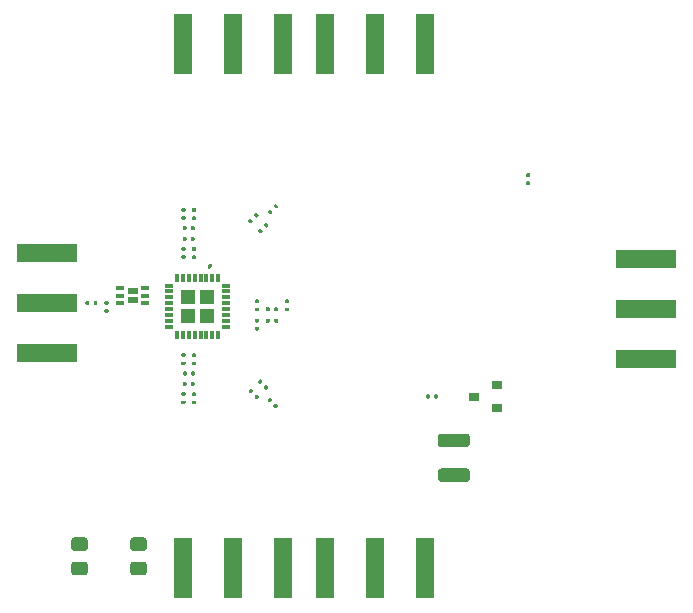
<source format=gbr>
G04 #@! TF.GenerationSoftware,KiCad,Pcbnew,(5.1.8)-1*
G04 #@! TF.CreationDate,2020-12-15T23:42:14+02:00*
G04 #@! TF.ProjectId,qam - demodulator,71616d20-2d20-4646-956d-6f64756c6174,rev?*
G04 #@! TF.SameCoordinates,Original*
G04 #@! TF.FileFunction,Paste,Top*
G04 #@! TF.FilePolarity,Positive*
%FSLAX46Y46*%
G04 Gerber Fmt 4.6, Leading zero omitted, Abs format (unit mm)*
G04 Created by KiCad (PCBNEW (5.1.8)-1) date 2020-12-15 23:42:14*
%MOMM*%
%LPD*%
G01*
G04 APERTURE LIST*
%ADD10R,5.080000X1.500000*%
%ADD11R,0.650000X0.350000*%
%ADD12R,0.820000X0.630000*%
%ADD13R,0.800000X0.300000*%
%ADD14R,0.300000X0.800000*%
%ADD15R,1.300000X1.300000*%
%ADD16R,1.500000X5.080000*%
%ADD17R,0.900000X0.800000*%
G04 APERTURE END LIST*
G36*
G01*
X212889500Y-93746000D02*
X213090500Y-93746000D01*
G75*
G02*
X213170000Y-93825500I0J-79500D01*
G01*
X213170000Y-93984500D01*
G75*
G02*
X213090500Y-94064000I-79500J0D01*
G01*
X212889500Y-94064000D01*
G75*
G02*
X212810000Y-93984500I0J79500D01*
G01*
X212810000Y-93825500D01*
G75*
G02*
X212889500Y-93746000I79500J0D01*
G01*
G37*
G36*
G01*
X212889500Y-94436000D02*
X213090500Y-94436000D01*
G75*
G02*
X213170000Y-94515500I0J-79500D01*
G01*
X213170000Y-94674500D01*
G75*
G02*
X213090500Y-94754000I-79500J0D01*
G01*
X212889500Y-94754000D01*
G75*
G02*
X212810000Y-94674500I0J79500D01*
G01*
X212810000Y-94515500D01*
G75*
G02*
X212889500Y-94436000I79500J0D01*
G01*
G37*
D10*
X223000000Y-109500000D03*
X223000000Y-101000000D03*
X223000000Y-105250000D03*
G36*
G01*
X175450001Y-125730000D02*
X174549999Y-125730000D01*
G75*
G02*
X174300000Y-125480001I0J249999D01*
G01*
X174300000Y-124829999D01*
G75*
G02*
X174549999Y-124580000I249999J0D01*
G01*
X175450001Y-124580000D01*
G75*
G02*
X175700000Y-124829999I0J-249999D01*
G01*
X175700000Y-125480001D01*
G75*
G02*
X175450001Y-125730000I-249999J0D01*
G01*
G37*
G36*
G01*
X175450001Y-127780000D02*
X174549999Y-127780000D01*
G75*
G02*
X174300000Y-127530001I0J249999D01*
G01*
X174300000Y-126879999D01*
G75*
G02*
X174549999Y-126630000I249999J0D01*
G01*
X175450001Y-126630000D01*
G75*
G02*
X175700000Y-126879999I0J-249999D01*
G01*
X175700000Y-127530001D01*
G75*
G02*
X175450001Y-127780000I-249999J0D01*
G01*
G37*
G36*
G01*
X179549999Y-126630000D02*
X180450001Y-126630000D01*
G75*
G02*
X180700000Y-126879999I0J-249999D01*
G01*
X180700000Y-127530001D01*
G75*
G02*
X180450001Y-127780000I-249999J0D01*
G01*
X179549999Y-127780000D01*
G75*
G02*
X179300000Y-127530001I0J249999D01*
G01*
X179300000Y-126879999D01*
G75*
G02*
X179549999Y-126630000I249999J0D01*
G01*
G37*
G36*
G01*
X179549999Y-124580000D02*
X180450001Y-124580000D01*
G75*
G02*
X180700000Y-124829999I0J-249999D01*
G01*
X180700000Y-125480001D01*
G75*
G02*
X180450001Y-125730000I-249999J0D01*
G01*
X179549999Y-125730000D01*
G75*
G02*
X179300000Y-125480001I0J249999D01*
G01*
X179300000Y-124829999D01*
G75*
G02*
X179549999Y-124580000I249999J0D01*
G01*
G37*
D11*
X178450000Y-103450000D03*
X178450000Y-104100000D03*
X178450000Y-104750000D03*
X180550000Y-104750000D03*
X180550000Y-104100000D03*
X180550000Y-103450000D03*
D12*
X179500000Y-103700000D03*
X179500000Y-104500000D03*
D13*
X182600000Y-103250000D03*
X182600000Y-103750000D03*
X182600000Y-104250000D03*
X182600000Y-104750000D03*
X182600000Y-105250000D03*
X182600000Y-105750000D03*
X182600000Y-106250000D03*
X182600000Y-106750000D03*
D14*
X183250000Y-107400000D03*
X183750000Y-107400000D03*
X184250000Y-107400000D03*
X184750000Y-107400000D03*
X185250000Y-107400000D03*
X185750000Y-107400000D03*
X186250000Y-107400000D03*
X186750000Y-107400000D03*
D13*
X187400000Y-106750000D03*
X187400000Y-106250000D03*
X187400000Y-105750000D03*
X187400000Y-105250000D03*
X187400000Y-104750000D03*
X187400000Y-104250000D03*
X187400000Y-103750000D03*
X187400000Y-103250000D03*
D14*
X186750000Y-102600000D03*
X186250000Y-102600000D03*
X185750000Y-102600000D03*
X185250000Y-102600000D03*
X184750000Y-102600000D03*
X184250000Y-102600000D03*
X183750000Y-102600000D03*
X183250000Y-102600000D03*
D15*
X185800000Y-105800000D03*
X184200000Y-104200000D03*
X185800000Y-104200000D03*
X184200000Y-105800000D03*
D16*
X192250000Y-82800000D03*
X183750000Y-82800000D03*
X188000000Y-82800000D03*
X188000000Y-127200000D03*
X192250000Y-127200000D03*
X183750000Y-127200000D03*
X204250000Y-82800000D03*
X195750000Y-82800000D03*
X200000000Y-82800000D03*
X200000000Y-127200000D03*
X204250000Y-127200000D03*
X195750000Y-127200000D03*
G36*
G01*
X184800500Y-97014000D02*
X184599500Y-97014000D01*
G75*
G02*
X184520000Y-96934500I0J79500D01*
G01*
X184520000Y-96775500D01*
G75*
G02*
X184599500Y-96696000I79500J0D01*
G01*
X184800500Y-96696000D01*
G75*
G02*
X184880000Y-96775500I0J-79500D01*
G01*
X184880000Y-96934500D01*
G75*
G02*
X184800500Y-97014000I-79500J0D01*
G01*
G37*
G36*
G01*
X184800500Y-97704000D02*
X184599500Y-97704000D01*
G75*
G02*
X184520000Y-97624500I0J79500D01*
G01*
X184520000Y-97465500D01*
G75*
G02*
X184599500Y-97386000I79500J0D01*
G01*
X184800500Y-97386000D01*
G75*
G02*
X184880000Y-97465500I0J-79500D01*
G01*
X184880000Y-97624500D01*
G75*
G02*
X184800500Y-97704000I-79500J0D01*
G01*
G37*
G36*
G01*
X183900500Y-97704000D02*
X183699500Y-97704000D01*
G75*
G02*
X183620000Y-97624500I0J79500D01*
G01*
X183620000Y-97465500D01*
G75*
G02*
X183699500Y-97386000I79500J0D01*
G01*
X183900500Y-97386000D01*
G75*
G02*
X183980000Y-97465500I0J-79500D01*
G01*
X183980000Y-97624500D01*
G75*
G02*
X183900500Y-97704000I-79500J0D01*
G01*
G37*
G36*
G01*
X183900500Y-97014000D02*
X183699500Y-97014000D01*
G75*
G02*
X183620000Y-96934500I0J79500D01*
G01*
X183620000Y-96775500D01*
G75*
G02*
X183699500Y-96696000I79500J0D01*
G01*
X183900500Y-96696000D01*
G75*
G02*
X183980000Y-96775500I0J-79500D01*
G01*
X183980000Y-96934500D01*
G75*
G02*
X183900500Y-97014000I-79500J0D01*
G01*
G37*
G36*
G01*
X183699500Y-112986000D02*
X183900500Y-112986000D01*
G75*
G02*
X183980000Y-113065500I0J-79500D01*
G01*
X183980000Y-113224500D01*
G75*
G02*
X183900500Y-113304000I-79500J0D01*
G01*
X183699500Y-113304000D01*
G75*
G02*
X183620000Y-113224500I0J79500D01*
G01*
X183620000Y-113065500D01*
G75*
G02*
X183699500Y-112986000I79500J0D01*
G01*
G37*
G36*
G01*
X183699500Y-112296000D02*
X183900500Y-112296000D01*
G75*
G02*
X183980000Y-112375500I0J-79500D01*
G01*
X183980000Y-112534500D01*
G75*
G02*
X183900500Y-112614000I-79500J0D01*
G01*
X183699500Y-112614000D01*
G75*
G02*
X183620000Y-112534500I0J79500D01*
G01*
X183620000Y-112375500D01*
G75*
G02*
X183699500Y-112296000I79500J0D01*
G01*
G37*
G36*
G01*
X184599500Y-112296000D02*
X184800500Y-112296000D01*
G75*
G02*
X184880000Y-112375500I0J-79500D01*
G01*
X184880000Y-112534500D01*
G75*
G02*
X184800500Y-112614000I-79500J0D01*
G01*
X184599500Y-112614000D01*
G75*
G02*
X184520000Y-112534500I0J79500D01*
G01*
X184520000Y-112375500D01*
G75*
G02*
X184599500Y-112296000I79500J0D01*
G01*
G37*
G36*
G01*
X184599500Y-112986000D02*
X184800500Y-112986000D01*
G75*
G02*
X184880000Y-113065500I0J-79500D01*
G01*
X184880000Y-113224500D01*
G75*
G02*
X184800500Y-113304000I-79500J0D01*
G01*
X184599500Y-113304000D01*
G75*
G02*
X184520000Y-113224500I0J79500D01*
G01*
X184520000Y-113065500D01*
G75*
G02*
X184599500Y-112986000I79500J0D01*
G01*
G37*
G36*
G01*
X184800500Y-100314000D02*
X184599500Y-100314000D01*
G75*
G02*
X184520000Y-100234500I0J79500D01*
G01*
X184520000Y-100075500D01*
G75*
G02*
X184599500Y-99996000I79500J0D01*
G01*
X184800500Y-99996000D01*
G75*
G02*
X184880000Y-100075500I0J-79500D01*
G01*
X184880000Y-100234500D01*
G75*
G02*
X184800500Y-100314000I-79500J0D01*
G01*
G37*
G36*
G01*
X184800500Y-101004000D02*
X184599500Y-101004000D01*
G75*
G02*
X184520000Y-100924500I0J79500D01*
G01*
X184520000Y-100765500D01*
G75*
G02*
X184599500Y-100686000I79500J0D01*
G01*
X184800500Y-100686000D01*
G75*
G02*
X184880000Y-100765500I0J-79500D01*
G01*
X184880000Y-100924500D01*
G75*
G02*
X184800500Y-101004000I-79500J0D01*
G01*
G37*
G36*
G01*
X183900500Y-101004000D02*
X183699500Y-101004000D01*
G75*
G02*
X183620000Y-100924500I0J79500D01*
G01*
X183620000Y-100765500D01*
G75*
G02*
X183699500Y-100686000I79500J0D01*
G01*
X183900500Y-100686000D01*
G75*
G02*
X183980000Y-100765500I0J-79500D01*
G01*
X183980000Y-100924500D01*
G75*
G02*
X183900500Y-101004000I-79500J0D01*
G01*
G37*
G36*
G01*
X183900500Y-100314000D02*
X183699500Y-100314000D01*
G75*
G02*
X183620000Y-100234500I0J79500D01*
G01*
X183620000Y-100075500D01*
G75*
G02*
X183699500Y-99996000I79500J0D01*
G01*
X183900500Y-99996000D01*
G75*
G02*
X183980000Y-100075500I0J-79500D01*
G01*
X183980000Y-100234500D01*
G75*
G02*
X183900500Y-100314000I-79500J0D01*
G01*
G37*
G36*
G01*
X183699500Y-109686000D02*
X183900500Y-109686000D01*
G75*
G02*
X183980000Y-109765500I0J-79500D01*
G01*
X183980000Y-109924500D01*
G75*
G02*
X183900500Y-110004000I-79500J0D01*
G01*
X183699500Y-110004000D01*
G75*
G02*
X183620000Y-109924500I0J79500D01*
G01*
X183620000Y-109765500D01*
G75*
G02*
X183699500Y-109686000I79500J0D01*
G01*
G37*
G36*
G01*
X183699500Y-108996000D02*
X183900500Y-108996000D01*
G75*
G02*
X183980000Y-109075500I0J-79500D01*
G01*
X183980000Y-109234500D01*
G75*
G02*
X183900500Y-109314000I-79500J0D01*
G01*
X183699500Y-109314000D01*
G75*
G02*
X183620000Y-109234500I0J79500D01*
G01*
X183620000Y-109075500D01*
G75*
G02*
X183699500Y-108996000I79500J0D01*
G01*
G37*
G36*
G01*
X184599500Y-108996000D02*
X184800500Y-108996000D01*
G75*
G02*
X184880000Y-109075500I0J-79500D01*
G01*
X184880000Y-109234500D01*
G75*
G02*
X184800500Y-109314000I-79500J0D01*
G01*
X184599500Y-109314000D01*
G75*
G02*
X184520000Y-109234500I0J79500D01*
G01*
X184520000Y-109075500D01*
G75*
G02*
X184599500Y-108996000I79500J0D01*
G01*
G37*
G36*
G01*
X184599500Y-109686000D02*
X184800500Y-109686000D01*
G75*
G02*
X184880000Y-109765500I0J-79500D01*
G01*
X184880000Y-109924500D01*
G75*
G02*
X184800500Y-110004000I-79500J0D01*
G01*
X184599500Y-110004000D01*
G75*
G02*
X184520000Y-109924500I0J79500D01*
G01*
X184520000Y-109765500D01*
G75*
G02*
X184599500Y-109686000I79500J0D01*
G01*
G37*
G36*
G01*
X190130500Y-105434000D02*
X189929500Y-105434000D01*
G75*
G02*
X189850000Y-105354500I0J79500D01*
G01*
X189850000Y-105195500D01*
G75*
G02*
X189929500Y-105116000I79500J0D01*
G01*
X190130500Y-105116000D01*
G75*
G02*
X190210000Y-105195500I0J-79500D01*
G01*
X190210000Y-105354500D01*
G75*
G02*
X190130500Y-105434000I-79500J0D01*
G01*
G37*
G36*
G01*
X190130500Y-104744000D02*
X189929500Y-104744000D01*
G75*
G02*
X189850000Y-104664500I0J79500D01*
G01*
X189850000Y-104505500D01*
G75*
G02*
X189929500Y-104426000I79500J0D01*
G01*
X190130500Y-104426000D01*
G75*
G02*
X190210000Y-104505500I0J-79500D01*
G01*
X190210000Y-104664500D01*
G75*
G02*
X190130500Y-104744000I-79500J0D01*
G01*
G37*
G36*
G01*
X189929500Y-106756000D02*
X190130500Y-106756000D01*
G75*
G02*
X190210000Y-106835500I0J-79500D01*
G01*
X190210000Y-106994500D01*
G75*
G02*
X190130500Y-107074000I-79500J0D01*
G01*
X189929500Y-107074000D01*
G75*
G02*
X189850000Y-106994500I0J79500D01*
G01*
X189850000Y-106835500D01*
G75*
G02*
X189929500Y-106756000I79500J0D01*
G01*
G37*
G36*
G01*
X189929500Y-106066000D02*
X190130500Y-106066000D01*
G75*
G02*
X190210000Y-106145500I0J-79500D01*
G01*
X190210000Y-106304500D01*
G75*
G02*
X190130500Y-106384000I-79500J0D01*
G01*
X189929500Y-106384000D01*
G75*
G02*
X189850000Y-106304500I0J79500D01*
G01*
X189850000Y-106145500D01*
G75*
G02*
X189929500Y-106066000I79500J0D01*
G01*
G37*
G36*
G01*
X191804000Y-106149500D02*
X191804000Y-106350500D01*
G75*
G02*
X191724500Y-106430000I-79500J0D01*
G01*
X191565500Y-106430000D01*
G75*
G02*
X191486000Y-106350500I0J79500D01*
G01*
X191486000Y-106149500D01*
G75*
G02*
X191565500Y-106070000I79500J0D01*
G01*
X191724500Y-106070000D01*
G75*
G02*
X191804000Y-106149500I0J-79500D01*
G01*
G37*
G36*
G01*
X191114000Y-106149500D02*
X191114000Y-106350500D01*
G75*
G02*
X191034500Y-106430000I-79500J0D01*
G01*
X190875500Y-106430000D01*
G75*
G02*
X190796000Y-106350500I0J79500D01*
G01*
X190796000Y-106149500D01*
G75*
G02*
X190875500Y-106070000I79500J0D01*
G01*
X191034500Y-106070000D01*
G75*
G02*
X191114000Y-106149500I0J-79500D01*
G01*
G37*
G36*
G01*
X192660500Y-105434000D02*
X192459500Y-105434000D01*
G75*
G02*
X192380000Y-105354500I0J79500D01*
G01*
X192380000Y-105195500D01*
G75*
G02*
X192459500Y-105116000I79500J0D01*
G01*
X192660500Y-105116000D01*
G75*
G02*
X192740000Y-105195500I0J-79500D01*
G01*
X192740000Y-105354500D01*
G75*
G02*
X192660500Y-105434000I-79500J0D01*
G01*
G37*
G36*
G01*
X192660500Y-104744000D02*
X192459500Y-104744000D01*
G75*
G02*
X192380000Y-104664500I0J79500D01*
G01*
X192380000Y-104505500D01*
G75*
G02*
X192459500Y-104426000I79500J0D01*
G01*
X192660500Y-104426000D01*
G75*
G02*
X192740000Y-104505500I0J-79500D01*
G01*
X192740000Y-104664500D01*
G75*
G02*
X192660500Y-104744000I-79500J0D01*
G01*
G37*
G36*
G01*
X184064000Y-98299500D02*
X184064000Y-98500500D01*
G75*
G02*
X183984500Y-98580000I-79500J0D01*
G01*
X183825500Y-98580000D01*
G75*
G02*
X183746000Y-98500500I0J79500D01*
G01*
X183746000Y-98299500D01*
G75*
G02*
X183825500Y-98220000I79500J0D01*
G01*
X183984500Y-98220000D01*
G75*
G02*
X184064000Y-98299500I0J-79500D01*
G01*
G37*
G36*
G01*
X184754000Y-98299500D02*
X184754000Y-98500500D01*
G75*
G02*
X184674500Y-98580000I-79500J0D01*
G01*
X184515500Y-98580000D01*
G75*
G02*
X184436000Y-98500500I0J79500D01*
G01*
X184436000Y-98299500D01*
G75*
G02*
X184515500Y-98220000I79500J0D01*
G01*
X184674500Y-98220000D01*
G75*
G02*
X184754000Y-98299500I0J-79500D01*
G01*
G37*
G36*
G01*
X184436000Y-111700500D02*
X184436000Y-111499500D01*
G75*
G02*
X184515500Y-111420000I79500J0D01*
G01*
X184674500Y-111420000D01*
G75*
G02*
X184754000Y-111499500I0J-79500D01*
G01*
X184754000Y-111700500D01*
G75*
G02*
X184674500Y-111780000I-79500J0D01*
G01*
X184515500Y-111780000D01*
G75*
G02*
X184436000Y-111700500I0J79500D01*
G01*
G37*
G36*
G01*
X183746000Y-111700500D02*
X183746000Y-111499500D01*
G75*
G02*
X183825500Y-111420000I79500J0D01*
G01*
X183984500Y-111420000D01*
G75*
G02*
X184064000Y-111499500I0J-79500D01*
G01*
X184064000Y-111700500D01*
G75*
G02*
X183984500Y-111780000I-79500J0D01*
G01*
X183825500Y-111780000D01*
G75*
G02*
X183746000Y-111700500I0J79500D01*
G01*
G37*
G36*
G01*
X184754000Y-99199500D02*
X184754000Y-99400500D01*
G75*
G02*
X184674500Y-99480000I-79500J0D01*
G01*
X184515500Y-99480000D01*
G75*
G02*
X184436000Y-99400500I0J79500D01*
G01*
X184436000Y-99199500D01*
G75*
G02*
X184515500Y-99120000I79500J0D01*
G01*
X184674500Y-99120000D01*
G75*
G02*
X184754000Y-99199500I0J-79500D01*
G01*
G37*
G36*
G01*
X184064000Y-99199500D02*
X184064000Y-99400500D01*
G75*
G02*
X183984500Y-99480000I-79500J0D01*
G01*
X183825500Y-99480000D01*
G75*
G02*
X183746000Y-99400500I0J79500D01*
G01*
X183746000Y-99199500D01*
G75*
G02*
X183825500Y-99120000I79500J0D01*
G01*
X183984500Y-99120000D01*
G75*
G02*
X184064000Y-99199500I0J-79500D01*
G01*
G37*
G36*
G01*
X183746000Y-110800500D02*
X183746000Y-110599500D01*
G75*
G02*
X183825500Y-110520000I79500J0D01*
G01*
X183984500Y-110520000D01*
G75*
G02*
X184064000Y-110599500I0J-79500D01*
G01*
X184064000Y-110800500D01*
G75*
G02*
X183984500Y-110880000I-79500J0D01*
G01*
X183825500Y-110880000D01*
G75*
G02*
X183746000Y-110800500I0J79500D01*
G01*
G37*
G36*
G01*
X184436000Y-110800500D02*
X184436000Y-110599500D01*
G75*
G02*
X184515500Y-110520000I79500J0D01*
G01*
X184674500Y-110520000D01*
G75*
G02*
X184754000Y-110599500I0J-79500D01*
G01*
X184754000Y-110800500D01*
G75*
G02*
X184674500Y-110880000I-79500J0D01*
G01*
X184515500Y-110880000D01*
G75*
G02*
X184436000Y-110800500I0J79500D01*
G01*
G37*
G36*
G01*
X189702942Y-112217814D02*
X189560814Y-112359942D01*
G75*
G02*
X189448384Y-112359942I-56215J56215D01*
G01*
X189335954Y-112247512D01*
G75*
G02*
X189335954Y-112135082I56215J56215D01*
G01*
X189478082Y-111992954D01*
G75*
G02*
X189590512Y-111992954I56215J-56215D01*
G01*
X189702942Y-112105384D01*
G75*
G02*
X189702942Y-112217814I-56215J-56215D01*
G01*
G37*
G36*
G01*
X190190846Y-112705718D02*
X190048718Y-112847846D01*
G75*
G02*
X189936288Y-112847846I-56215J56215D01*
G01*
X189823858Y-112735416D01*
G75*
G02*
X189823858Y-112622986I56215J56215D01*
G01*
X189965986Y-112480858D01*
G75*
G02*
X190078416Y-112480858I56215J-56215D01*
G01*
X190190846Y-112593288D01*
G75*
G02*
X190190846Y-112705718I-56215J-56215D01*
G01*
G37*
G36*
G01*
X191303142Y-113005214D02*
X191161014Y-113147342D01*
G75*
G02*
X191048584Y-113147342I-56215J56215D01*
G01*
X190936154Y-113034912D01*
G75*
G02*
X190936154Y-112922482I56215J56215D01*
G01*
X191078282Y-112780354D01*
G75*
G02*
X191190712Y-112780354I56215J-56215D01*
G01*
X191303142Y-112892784D01*
G75*
G02*
X191303142Y-113005214I-56215J-56215D01*
G01*
G37*
G36*
G01*
X191791046Y-113493118D02*
X191648918Y-113635246D01*
G75*
G02*
X191536488Y-113635246I-56215J56215D01*
G01*
X191424058Y-113522816D01*
G75*
G02*
X191424058Y-113410386I56215J56215D01*
G01*
X191566186Y-113268258D01*
G75*
G02*
X191678616Y-113268258I56215J-56215D01*
G01*
X191791046Y-113380688D01*
G75*
G02*
X191791046Y-113493118I-56215J-56215D01*
G01*
G37*
G36*
G01*
X190978246Y-111918318D02*
X190836118Y-112060446D01*
G75*
G02*
X190723688Y-112060446I-56215J56215D01*
G01*
X190611258Y-111948016D01*
G75*
G02*
X190611258Y-111835586I56215J56215D01*
G01*
X190753386Y-111693458D01*
G75*
G02*
X190865816Y-111693458I56215J-56215D01*
G01*
X190978246Y-111805888D01*
G75*
G02*
X190978246Y-111918318I-56215J-56215D01*
G01*
G37*
G36*
G01*
X190490342Y-111430414D02*
X190348214Y-111572542D01*
G75*
G02*
X190235784Y-111572542I-56215J56215D01*
G01*
X190123354Y-111460112D01*
G75*
G02*
X190123354Y-111347682I56215J56215D01*
G01*
X190265482Y-111205554D01*
G75*
G02*
X190377912Y-111205554I56215J-56215D01*
G01*
X190490342Y-111317984D01*
G75*
G02*
X190490342Y-111430414I-56215J-56215D01*
G01*
G37*
G36*
G01*
X191114000Y-105149500D02*
X191114000Y-105350500D01*
G75*
G02*
X191034500Y-105430000I-79500J0D01*
G01*
X190875500Y-105430000D01*
G75*
G02*
X190796000Y-105350500I0J79500D01*
G01*
X190796000Y-105149500D01*
G75*
G02*
X190875500Y-105070000I79500J0D01*
G01*
X191034500Y-105070000D01*
G75*
G02*
X191114000Y-105149500I0J-79500D01*
G01*
G37*
G36*
G01*
X191804000Y-105149500D02*
X191804000Y-105350500D01*
G75*
G02*
X191724500Y-105430000I-79500J0D01*
G01*
X191565500Y-105430000D01*
G75*
G02*
X191486000Y-105350500I0J79500D01*
G01*
X191486000Y-105149500D01*
G75*
G02*
X191565500Y-105070000I79500J0D01*
G01*
X191724500Y-105070000D01*
G75*
G02*
X191804000Y-105149500I0J-79500D01*
G01*
G37*
G36*
G01*
X189535414Y-97621858D02*
X189677542Y-97763986D01*
G75*
G02*
X189677542Y-97876416I-56215J-56215D01*
G01*
X189565112Y-97988846D01*
G75*
G02*
X189452682Y-97988846I-56215J56215D01*
G01*
X189310554Y-97846718D01*
G75*
G02*
X189310554Y-97734288I56215J56215D01*
G01*
X189422984Y-97621858D01*
G75*
G02*
X189535414Y-97621858I56215J-56215D01*
G01*
G37*
G36*
G01*
X190023318Y-97133954D02*
X190165446Y-97276082D01*
G75*
G02*
X190165446Y-97388512I-56215J-56215D01*
G01*
X190053016Y-97500942D01*
G75*
G02*
X189940586Y-97500942I-56215J56215D01*
G01*
X189798458Y-97358814D01*
G75*
G02*
X189798458Y-97246384I56215J56215D01*
G01*
X189910888Y-97133954D01*
G75*
G02*
X190023318Y-97133954I56215J-56215D01*
G01*
G37*
G36*
G01*
X191186414Y-96834458D02*
X191328542Y-96976586D01*
G75*
G02*
X191328542Y-97089016I-56215J-56215D01*
G01*
X191216112Y-97201446D01*
G75*
G02*
X191103682Y-97201446I-56215J56215D01*
G01*
X190961554Y-97059318D01*
G75*
G02*
X190961554Y-96946888I56215J56215D01*
G01*
X191073984Y-96834458D01*
G75*
G02*
X191186414Y-96834458I56215J-56215D01*
G01*
G37*
G36*
G01*
X191674318Y-96346554D02*
X191816446Y-96488682D01*
G75*
G02*
X191816446Y-96601112I-56215J-56215D01*
G01*
X191704016Y-96713542D01*
G75*
G02*
X191591586Y-96713542I-56215J56215D01*
G01*
X191449458Y-96571414D01*
G75*
G02*
X191449458Y-96458984I56215J56215D01*
G01*
X191561888Y-96346554D01*
G75*
G02*
X191674318Y-96346554I56215J-56215D01*
G01*
G37*
G36*
G01*
X190861518Y-97972154D02*
X191003646Y-98114282D01*
G75*
G02*
X191003646Y-98226712I-56215J-56215D01*
G01*
X190891216Y-98339142D01*
G75*
G02*
X190778786Y-98339142I-56215J56215D01*
G01*
X190636658Y-98197014D01*
G75*
G02*
X190636658Y-98084584I56215J56215D01*
G01*
X190749088Y-97972154D01*
G75*
G02*
X190861518Y-97972154I56215J-56215D01*
G01*
G37*
G36*
G01*
X190373614Y-98460058D02*
X190515742Y-98602186D01*
G75*
G02*
X190515742Y-98714616I-56215J-56215D01*
G01*
X190403312Y-98827046D01*
G75*
G02*
X190290882Y-98827046I-56215J56215D01*
G01*
X190148754Y-98684918D01*
G75*
G02*
X190148754Y-98572488I56215J56215D01*
G01*
X190261184Y-98460058D01*
G75*
G02*
X190373614Y-98460058I56215J-56215D01*
G01*
G37*
G36*
G01*
X176514000Y-104649500D02*
X176514000Y-104850500D01*
G75*
G02*
X176434500Y-104930000I-79500J0D01*
G01*
X176275500Y-104930000D01*
G75*
G02*
X176196000Y-104850500I0J79500D01*
G01*
X176196000Y-104649500D01*
G75*
G02*
X176275500Y-104570000I79500J0D01*
G01*
X176434500Y-104570000D01*
G75*
G02*
X176514000Y-104649500I0J-79500D01*
G01*
G37*
G36*
G01*
X175824000Y-104649500D02*
X175824000Y-104850500D01*
G75*
G02*
X175744500Y-104930000I-79500J0D01*
G01*
X175585500Y-104930000D01*
G75*
G02*
X175506000Y-104850500I0J79500D01*
G01*
X175506000Y-104649500D01*
G75*
G02*
X175585500Y-104570000I79500J0D01*
G01*
X175744500Y-104570000D01*
G75*
G02*
X175824000Y-104649500I0J-79500D01*
G01*
G37*
G36*
G01*
X177179500Y-105256000D02*
X177380500Y-105256000D01*
G75*
G02*
X177460000Y-105335500I0J-79500D01*
G01*
X177460000Y-105494500D01*
G75*
G02*
X177380500Y-105574000I-79500J0D01*
G01*
X177179500Y-105574000D01*
G75*
G02*
X177100000Y-105494500I0J79500D01*
G01*
X177100000Y-105335500D01*
G75*
G02*
X177179500Y-105256000I79500J0D01*
G01*
G37*
G36*
G01*
X177179500Y-104566000D02*
X177380500Y-104566000D01*
G75*
G02*
X177460000Y-104645500I0J-79500D01*
G01*
X177460000Y-104804500D01*
G75*
G02*
X177380500Y-104884000I-79500J0D01*
G01*
X177179500Y-104884000D01*
G75*
G02*
X177100000Y-104804500I0J79500D01*
G01*
X177100000Y-104645500D01*
G75*
G02*
X177179500Y-104566000I79500J0D01*
G01*
G37*
D10*
X172210000Y-100500000D03*
X172210000Y-109000000D03*
X172210000Y-104750000D03*
G36*
G01*
X205599999Y-115780000D02*
X207800001Y-115780000D01*
G75*
G02*
X208050000Y-116029999I0J-249999D01*
G01*
X208050000Y-116680001D01*
G75*
G02*
X207800001Y-116930000I-249999J0D01*
G01*
X205599999Y-116930000D01*
G75*
G02*
X205350000Y-116680001I0J249999D01*
G01*
X205350000Y-116029999D01*
G75*
G02*
X205599999Y-115780000I249999J0D01*
G01*
G37*
G36*
G01*
X205599999Y-118730000D02*
X207800001Y-118730000D01*
G75*
G02*
X208050000Y-118979999I0J-249999D01*
G01*
X208050000Y-119630001D01*
G75*
G02*
X207800001Y-119880000I-249999J0D01*
G01*
X205599999Y-119880000D01*
G75*
G02*
X205350000Y-119630001I0J249999D01*
G01*
X205350000Y-118979999D01*
G75*
G02*
X205599999Y-118730000I249999J0D01*
G01*
G37*
D17*
X210390000Y-113600000D03*
X210390000Y-111700000D03*
X208390000Y-112650000D03*
G36*
G01*
X204366000Y-112750500D02*
X204366000Y-112549500D01*
G75*
G02*
X204445500Y-112470000I79500J0D01*
G01*
X204604500Y-112470000D01*
G75*
G02*
X204684000Y-112549500I0J-79500D01*
G01*
X204684000Y-112750500D01*
G75*
G02*
X204604500Y-112830000I-79500J0D01*
G01*
X204445500Y-112830000D01*
G75*
G02*
X204366000Y-112750500I0J79500D01*
G01*
G37*
G36*
G01*
X205056000Y-112750500D02*
X205056000Y-112549500D01*
G75*
G02*
X205135500Y-112470000I79500J0D01*
G01*
X205294500Y-112470000D01*
G75*
G02*
X205374000Y-112549500I0J-79500D01*
G01*
X205374000Y-112750500D01*
G75*
G02*
X205294500Y-112830000I-79500J0D01*
G01*
X205135500Y-112830000D01*
G75*
G02*
X205056000Y-112750500I0J79500D01*
G01*
G37*
G36*
G01*
X185840814Y-101620186D02*
X185969372Y-101466978D01*
G75*
G02*
X186180697Y-101448489I114907J-96418D01*
G01*
X186180697Y-101448489D01*
G75*
G02*
X186199186Y-101659814I-96418J-114907D01*
G01*
X186070628Y-101813022D01*
G75*
G02*
X185859303Y-101831511I-114907J96418D01*
G01*
X185859303Y-101831511D01*
G75*
G02*
X185840814Y-101620186I96418J114907D01*
G01*
G37*
M02*

</source>
